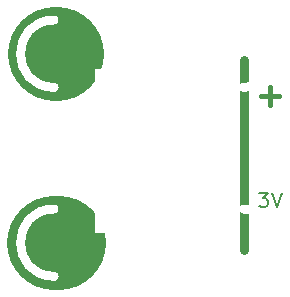
<source format=gto>
%TF.GenerationSoftware,KiCad,Pcbnew,5.0.0-fee4fd1~66~ubuntu16.04.1*%
%TF.CreationDate,2018-09-25T21:10:17-07:00*%
%TF.ProjectId,3x3-CR2032-Coin-Cell,3378332D4352323033322D436F696E2D,v1.2*%
%TF.SameCoordinates,Original*%
%TF.FileFunction,Legend,Top*%
%TF.FilePolarity,Positive*%
%FSLAX46Y46*%
G04 Gerber Fmt 4.6, Leading zero omitted, Abs format (unit mm)*
G04 Created by KiCad (PCBNEW 5.0.0-fee4fd1~66~ubuntu16.04.1) date Tue Sep 25 21:10:17 2018*
%MOMM*%
%LPD*%
G01*
G04 APERTURE LIST*
%ADD10C,0.762000*%
%ADD11C,8.000000*%
%ADD12C,0.200000*%
%ADD13C,0.400000*%
%ADD14R,2.752400X5.712400*%
%ADD15R,9.152400X13.952400*%
G04 APERTURE END LIST*
D10*
X30324000Y-43780000D02*
X30324000Y-27680000D01*
D11*
X14324000Y-27180000D02*
X14424000Y-27180000D01*
X14224000Y-43180000D02*
X14624000Y-43180000D01*
D12*
X31597714Y-38966857D02*
X32340571Y-38966857D01*
X31940571Y-39424000D01*
X32112000Y-39424000D01*
X32226285Y-39481142D01*
X32283428Y-39538285D01*
X32340571Y-39652571D01*
X32340571Y-39938285D01*
X32283428Y-40052571D01*
X32226285Y-40109714D01*
X32112000Y-40166857D01*
X31769142Y-40166857D01*
X31654857Y-40109714D01*
X31597714Y-40052571D01*
X32683428Y-38966857D02*
X33083428Y-40166857D01*
X33483428Y-38966857D01*
D13*
X31762095Y-30722857D02*
X33285904Y-30722857D01*
X32524000Y-31484761D02*
X32524000Y-29960952D01*
%LPC*%
D10*
X14224000Y-46030000D02*
G75*
G02X14224000Y-40330000I0J2850000D01*
G01*
X30224000Y-40330000D02*
G75*
G02X30224000Y-46030000I0J-2850000D01*
G01*
X30224000Y-24330000D02*
G75*
G02X30224000Y-30030000I0J-2850000D01*
G01*
X14224000Y-30030000D02*
G75*
G02X14224000Y-24330000I0J2850000D01*
G01*
D14*
X12024000Y-35180000D03*
D15*
X22220000Y-35434000D03*
D14*
X32424000Y-35180000D03*
M02*

</source>
